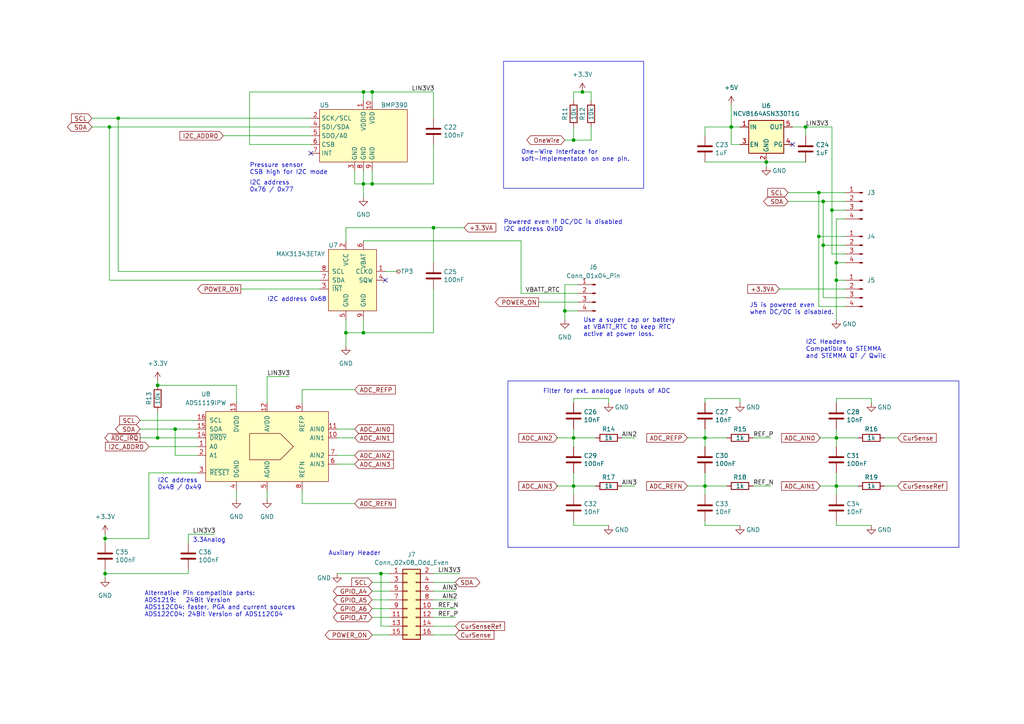
<source format=kicad_sch>
(kicad_sch (version 20231120) (generator "eeschema") (generator_version "8.0")
  (paper "A4")
  (title_block (title "Sensors and Sensor Connectors") (date "2020-05-11") (rev "1.0") (company "Schilling Engineering"))
  (lib_symbols
    (symbol "+5V_1" (power) (pin_names (offset 0))
      (property "Value" "+5V_1" (at 0 3.556 0))
      (symbol "+5V_1_0_1"
        (polyline (pts (xy -0.762 1.27) (xy 0 2.54)))
        (polyline (pts (xy 0 0) (xy 0 2.54)))
        (polyline (pts (xy 0 2.54) (xy 0.762 1.27)))
      )
      (symbol "+5V_1_1_1"
        (pin power_in line (at 0 0 90) (length 0) hide (name "+5V") (number "1"))
      )
    )
    (symbol "Connector:Conn_01x04_Pin" (pin_names (offset 1.016) hide)
      (property "Reference" "J" (at 0 5.08 0))
      (property "Value" "Conn_01x04_Pin" (at 0 -7.62 0))
      (symbol "Conn_01x04_Pin_1_1"
        (polyline (pts (xy 1.27 -5.08) (xy 0.8636 -5.08)) (stroke (width 0.1524)))
        (polyline (pts (xy 1.27 -2.54) (xy 0.8636 -2.54)) (stroke (width 0.1524)))
        (polyline (pts (xy 1.27 0) (xy 0.8636 0)) (stroke (width 0.1524)))
        (polyline (pts (xy 1.27 2.54) (xy 0.8636 2.54)) (stroke (width 0.1524)))
        (rectangle (start 0.8636 -4.953) (end 0 -5.207) (stroke (width 0.1524)) (fill (type outline)))
        (rectangle (start 0.8636 -2.413) (end 0 -2.667) (stroke (width 0.1524)) (fill (type outline)))
        (rectangle (start 0.8636 0.127) (end 0 -0.127) (stroke (width 0.1524)) (fill (type outline)))
        (rectangle (start 0.8636 2.667) (end 0 2.413) (stroke (width 0.1524)) (fill (type outline)))
        (pin passive line (at 5.08 2.54 180) (length 3.81) (name "Pin_1") (number "1"))
        (pin passive line (at 5.08 0 180) (length 3.81) (name "Pin_2") (number "2"))
        (pin passive line (at 5.08 -2.54 180) (length 3.81) (name "Pin_3") (number "3"))
        (pin passive line (at 5.08 -5.08 180) (length 3.81) (name "Pin_4") (number "4"))
      )
    )
    (symbol "Connector:TestPoint_Small" (pin_numbers hide) (pin_names (offset 0.762) hide)
      (property "Reference" "TP" (at 0 3.81 0))
      (property "Value" "TestPoint_Small" (at 0 2.032 0))
      (symbol "TestPoint_Small_0_1"
        (circle (center 0 0) (radius 0.508))
      )
      (symbol "TestPoint_Small_1_1"
        (pin passive line (at 0 0 90) (length 0) (name "1") (number "1"))
      )
    )
    (symbol "Connector_Generic:Conn_02x08_Odd_Even" (pin_names (offset 1.016) hide)
      (property "Reference" "J" (at 1.27 10.16 0))
      (property "Value" "Conn_02x08_Odd_Even" (at 1.27 -12.7 0))
      (symbol "Conn_02x08_Odd_Even_1_1"
        (rectangle (start -1.27 -10.033) (end 0 -10.287) (stroke (width 0.1524)))
        (rectangle (start -1.27 -7.493) (end 0 -7.747) (stroke (width 0.1524)))
        (rectangle (start -1.27 -4.953) (end 0 -5.207) (stroke (width 0.1524)))
        (rectangle (start -1.27 -2.413) (end 0 -2.667) (stroke (width 0.1524)))
        (rectangle (start -1.27 0.127) (end 0 -0.127) (stroke (width 0.1524)))
        (rectangle (start -1.27 2.667) (end 0 2.413) (stroke (width 0.1524)))
        (rectangle (start -1.27 5.207) (end 0 4.953) (stroke (width 0.1524)))
        (rectangle (start -1.27 7.747) (end 0 7.493) (stroke (width 0.1524)))
        (rectangle (start -1.27 8.89) (end 3.81 -11.43) (stroke (width 0.254)) (fill (type background)))
        (rectangle (start 3.81 -10.033) (end 2.54 -10.287) (stroke (width 0.1524)))
        (rectangle (start 3.81 -7.493) (end 2.54 -7.747) (stroke (width 0.1524)))
        (rectangle (start 3.81 -4.953) (end 2.54 -5.207) (stroke (width 0.1524)))
        (rectangle (start 3.81 -2.413) (end 2.54 -2.667) (stroke (width 0.1524)))
        (rectangle (start 3.81 0.127) (end 2.54 -0.127) (stroke (width 0.1524)))
        (rectangle (start 3.81 2.667) (end 2.54 2.413) (stroke (width 0.1524)))
        (rectangle (start 3.81 5.207) (end 2.54 4.953) (stroke (width 0.1524)))
        (rectangle (start 3.81 7.747) (end 2.54 7.493) (stroke (width 0.1524)))
        (pin passive line (at -5.08 7.62 0) (length 3.81) (name "Pin_1") (number "1"))
        (pin passive line (at 7.62 -2.54 180) (length 3.81) (name "Pin_10") (number "10"))
        (pin passive line (at -5.08 -5.08 0) (length 3.81) (name "Pin_11") (number "11"))
        (pin passive line (at 7.62 -5.08 180) (length 3.81) (name "Pin_12") (number "12"))
        (pin passive line (at -5.08 -7.62 0) (length 3.81) (name "Pin_13") (number "13"))
        (pin passive line (at 7.62 -7.62 180) (length 3.81) (name "Pin_14") (number "14"))
        (pin passive line (at -5.08 -10.16 0) (length 3.81) (name "Pin_15") (number "15"))
        (pin passive line (at 7.62 -10.16 180) (length 3.81) (name "Pin_16") (number "16"))
        (pin passive line (at 7.62 7.62 180) (length 3.81) (name "Pin_2") (number "2"))
        (pin passive line (at -5.08 5.08 0) (length 3.81) (name "Pin_3") (number "3"))
        (pin passive line (at 7.62 5.08 180) (length 3.81) (name "Pin_4") (number "4"))
        (pin passive line (at -5.08 2.54 0) (length 3.81) (name "Pin_5") (number "5"))
        (pin passive line (at 7.62 2.54 180) (length 3.81) (name "Pin_6") (number "6"))
        (pin passive line (at -5.08 0 0) (length 3.81) (name "Pin_7") (number "7"))
        (pin passive line (at 7.62 0 180) (length 3.81) (name "Pin_8") (number "8"))
        (pin passive line (at -5.08 -2.54 0) (length 3.81) (name "Pin_9") (number "9"))
      )
    )
    (symbol "Device:C" (pin_numbers hide) (pin_names (offset 0.254))
      (property "Reference" "C" (at 0.635 2.54 0))
      (property "Value" "C" (at 0.635 -2.54 0))
      (symbol "C_0_1"
        (polyline (pts (xy -2.032 -0.762) (xy 2.032 -0.762)) (stroke (width 0.508)))
        (polyline (pts (xy -2.032 0.762) (xy 2.032 0.762)) (stroke (width 0.508)))
      )
      (symbol "C_1_1"
        (pin passive line (at 0 3.81 270) (length 2.794) (name "~") (number "1"))
        (pin passive line (at 0 -3.81 90) (length 2.794) (name "~") (number "2"))
      )
    )
    (symbol "Device:R" (pin_numbers hide) (pin_names (offset 0))
      (property "Reference" "R" (at 2.032 0 90))
      (property "Value" "R" (at 0 0 90))
      (symbol "R_0_1"
        (rectangle (start -1.016 -2.54) (end 1.016 2.54) (stroke (width 0.254)))
      )
      (symbol "R_1_1"
        (pin passive line (at 0 3.81 270) (length 1.27) (name "~") (number "1"))
        (pin passive line (at 0 -3.81 90) (length 1.27) (name "~") (number "2"))
      )
    )
    (symbol "GND_1" (power) (pin_names (offset 0))
      (property "Value" "GND_1" (at 0 -3.81 0))
      (symbol "GND_1_0_1"
        (polyline (pts (xy 0 0) (xy 0 -1.27) (xy 1.27 -1.27) (xy 0 -2.54) (xy -1.27 -1.27) (xy 0 -1.27)))
      )
      (symbol "GND_1_1_1"
        (pin power_in line (at 0 0 270) (length 0) hide (name "GND") (number "1"))
      )
    )
    (symbol "NavHAT-rescue:ADS1119IPW" (pin_names (offset 1.016))
      (property "Reference" "U" (at -16.51 12.7 0))
      (property "Value" "ADS1119IPW" (at 16.51 12.7 0))
      (symbol "ADS1119IPW_0_1"
        (rectangle (start -17.78 10.16) (end 17.78 -10.16) (fill (type background)))
        (polyline (pts (xy -7.62 0) (xy -3.81 3.81) (xy 5.08 3.81) (xy 5.08 -3.81) (xy -3.81 -3.81) (xy -7.62 0)))
      )
      (symbol "ADS1119IPW_1_1"
        (pin input line (at 20.32 0 180) (length 2.54) (name "A0") (number "1"))
        (pin input line (at -20.32 2.54 0) (length 2.54) (name "AIN1") (number "10"))
        (pin input line (at -20.32 5.08 0) (length 2.54) (name "AIN0") (number "11"))
        (pin power_in line (at 0 12.7 270) (length 2.54) (name "AVDD") (number "12"))
        (pin power_in line (at 8.89 12.7 270) (length 2.54) (name "DVDD") (number "13"))
        (pin input line (at 20.32 2.54 180) (length 2.54) (name "~{DRDY}") (number "14"))
        (pin input line (at 20.32 5.08 180) (length 2.54) (name "SDA") (number "15"))
        (pin input line (at 20.32 7.62 180) (length 2.54) (name "SCL") (number "16"))
        (pin input line (at 20.32 -2.54 180) (length 2.54) (name "A1") (number "2"))
        (pin input line (at 20.32 -7.62 180) (length 2.54) (name "~{RESET}") (number "3"))
        (pin power_in line (at 8.89 -12.7 90) (length 2.54) (name "DGND") (number "4"))
        (pin power_in line (at 0 -12.7 90) (length 2.54) (name "AGND") (number "5"))
        (pin input line (at -20.32 -5.08 0) (length 2.54) (name "AIN3") (number "6"))
        (pin input line (at -20.32 -2.54 0) (length 2.54) (name "AIN2") (number "7"))
        (pin input line (at -10.16 -12.7 90) (length 2.54) (name "REFN") (number "8"))
        (pin input line (at -10.16 12.7 270) (length 2.54) (name "REFP") (number "9"))
      )
    )
    (symbol "NavHAT-rescue:BMP384"
      (property "Reference" "U" (at -12.7 10.16 0))
      (property "Value" "BMP384" (at 5.08 10.16 0))
      (symbol "BMP384_0_1"
        (rectangle (start -12.7 7.62) (end 12.7 -7.62) (fill (type background)))
      )
      (symbol "BMP384_1_1"
        (pin power_in line (at 0 10.16 270) (length 2.54) (name "VDDIO") (number "1"))
        (pin power_in line (at 2.54 10.16 270) (length 2.54) (name "VDD") (number "10"))
        (pin input line (at -15.24 5.08 0) (length 2.54) (name "SCK/SCL") (number "2"))
        (pin power_in line (at -2.54 -10.16 90) (length 2.54) (name "GND") (number "3"))
        (pin bidirectional line (at -15.24 2.54 0) (length 2.54) (name "SDI/SDA") (number "4"))
        (pin bidirectional line (at -15.24 0 0) (length 2.54) (name "SDO/A0") (number "5"))
        (pin input line (at -15.24 -2.54 0) (length 2.54) (name "CSB") (number "6"))
        (pin open_emitter line (at -15.24 -5.08 0) (length 2.54) (name "INT") (number "7"))
        (pin power_in line (at 0 -10.16 90) (length 2.54) (name "GND") (number "8"))
        (pin power_in line (at 2.54 -10.16 90) (length 2.54) (name "GND") (number "9"))
      )
    )
    (symbol "NavHAT-rescue:MAX31343ETAY" (pin_names (offset 1.016))
      (property "Reference" "U" (at -7.62 10.16 0))
      (property "Value" "MAX31343ETAY" (at -11.43 -10.16 0))
      (symbol "MAX31343ETAY_0_1"
        (rectangle (start -7.62 8.89) (end 6.35 -8.89) (fill (type background)))
      )
      (symbol "MAX31343ETAY_1_1"
        (pin output line (at 8.89 2.54 180) (length 2.54) (name "CLKO") (number "1"))
        (pin power_in line (at -2.54 11.43 270) (length 2.54) (name "VCC") (number "2"))
        (pin input line (at -10.16 -2.54 0) (length 2.54) (name "~{INT}") (number "3"))
        (pin open_collector line (at 8.89 0 180) (length 2.54) (name "SQW") (number "4"))
        (pin power_in line (at -2.54 -11.43 90) (length 2.54) (name "GND") (number "5"))
        (pin power_out line (at 2.54 11.43 270) (length 2.54) (name "VBAT") (number "6"))
        (pin bidirectional line (at -10.16 0 0) (length 2.54) (name "SDA") (number "7"))
        (pin input line (at -10.16 2.54 0) (length 2.54) (name "SCL") (number "8"))
        (pin power_in line (at 2.54 -11.43 90) (length 2.54) (name "GND") (number "9"))
      )
    )
    (symbol "battsense:NCV8164ASN330T1G" (pin_names (offset 0.254))
      (property "Reference" "U" (at -3.81 5.715 0))
      (property "Value" "NCV8164ASN330T1G" (at 0 5.715 0))
      (symbol "NCV8164ASN330T1G_0_1"
        (rectangle (start -5.08 4.445) (end 5.08 -5.08) (stroke (width 0.254)) (fill (type background)))
      )
      (symbol "NCV8164ASN330T1G_1_1"
        (pin power_in line (at -7.62 2.54 0) (length 2.54) (name "IN") (number "1"))
        (pin power_in line (at 0 -7.62 90) (length 2.54) (name "GND") (number "2"))
        (pin input line (at -7.62 -2.54 0) (length 2.54) (name "EN") (number "3"))
        (pin open_collector line (at 7.62 -2.54 180) (length 2.54) (name "PG") (number "4"))
        (pin power_out line (at 7.62 2.54 180) (length 2.54) (name "OUT") (number "5"))
      )
    )
    (symbol "power:+3.3V" (power) (pin_names (offset 0))
      (property "Value" "+3.3V" (at 0 3.556 0))
      (symbol "+3.3V_0_1"
        (polyline (pts (xy -0.762 1.27) (xy 0 2.54)))
        (polyline (pts (xy 0 0) (xy 0 2.54)))
        (polyline (pts (xy 0 2.54) (xy 0.762 1.27)))
      )
      (symbol "+3.3V_1_1"
        (pin power_in line (at 0 0 90) (length 0) hide (name "+3.3V") (number "1"))
      )
    )
  )
  (junction (at 238.76 58.42))
  (junction (at 166.37 127))
  (junction (at 222.25 46.99))
  (junction (at 107.95 53.34))
  (junction (at 238.76 71.12))
  (junction (at 105.41 26.67))
  (junction (at 31.75 36.83))
  (junction (at 242.57 127))
  (junction (at 168.91 26.67))
  (junction (at 237.49 68.58))
  (junction (at 237.49 55.88))
  (junction (at 166.37 40.64))
  (junction (at 105.41 96.52))
  (junction (at 166.37 140.97))
  (junction (at 163.83 90.17))
  (junction (at 204.47 140.97))
  (junction (at 241.3 60.96))
  (junction (at 110.49 166.37))
  (junction (at 50.8 124.46))
  (junction (at 125.73 66.04))
  (junction (at 105.41 53.34))
  (junction (at 45.72 111.76))
  (junction (at 30.48 166.37))
  (junction (at 242.57 140.97))
  (junction (at 204.47 127))
  (junction (at 45.72 127))
  (junction (at 242.57 76.2))
  (junction (at 233.68 36.83))
  (junction (at 242.57 81.28))
  (junction (at 107.95 26.67))
  (junction (at 30.48 156.21))
  (junction (at 34.29 34.29))
  (junction (at 212.09 36.83))
  (junction (at 100.33 96.52))
  (no_connect (at 229.87 41.91))
  (no_connect (at 90.17 44.45))
  (no_connect (at 111.76 81.28))
  (wire (pts (xy 241.3 73.66) (xy 245.11 73.66)))
  (wire (pts (xy 31.75 36.83) (xy 90.17 36.83)))
  (wire (pts (xy 238.76 71.12) (xy 245.11 71.12)))
  (wire (pts (xy 87.63 116.84) (xy 87.63 113.03)))
  (wire (pts (xy 125.73 66.04) (xy 134.62 66.04)))
  (wire (pts (xy 105.41 96.52) (xy 105.41 92.71)))
  (wire (pts (xy 166.37 127) (xy 166.37 124.46)))
  (wire (pts (xy 228.6 58.42) (xy 238.76 58.42)))
  (wire (pts (xy 245.11 60.96) (xy 241.3 60.96)))
  (wire (pts (xy 222.25 48.26) (xy 222.25 46.99)))
  (wire (pts (xy 31.75 81.28) (xy 31.75 36.83)))
  (wire (pts (xy 45.72 111.76) (xy 68.58 111.76)))
  (wire (pts (xy 92.71 78.74) (xy 34.29 78.74)))
  (wire (pts (xy 68.58 111.76) (xy 68.58 116.84)))
  (wire (pts (xy 166.37 29.21) (xy 166.37 26.67)))
  (wire (pts (xy 163.83 92.71) (xy 163.83 90.17)))
  (wire (pts (xy 107.95 168.91) (xy 113.03 168.91)))
  (wire (pts (xy 204.47 39.37) (xy 204.47 36.83)))
  (wire (pts (xy 102.87 49.53) (xy 102.87 53.34)))
  (wire (pts (xy 161.29 127) (xy 166.37 127)))
  (wire (pts (xy 54.61 157.48) (xy 54.61 154.94)))
  (wire (pts (xy 54.61 154.94) (xy 62.23 154.94)))
  (wire (pts (xy 204.47 36.83) (xy 212.09 36.83)))
  (wire (pts (xy 176.53 115.57) (xy 176.53 116.84)))
  (wire (pts (xy 214.63 152.4) (xy 204.47 152.4)))
  (wire (pts (xy 242.57 63.5) (xy 242.57 76.2)))
  (wire (pts (xy 204.47 140.97) (xy 204.47 143.51)))
  (wire (pts (xy 238.76 71.12) (xy 238.76 86.36)))
  (wire (pts (xy 107.95 53.34) (xy 125.73 53.34)))
  (wire (pts (xy 97.79 124.46) (xy 102.87 124.46)))
  (wire (pts (xy 242.57 151.13) (xy 242.57 152.4)))
  (wire (pts (xy 105.41 49.53) (xy 105.41 53.34)))
  (wire (pts (xy 100.33 66.04) (xy 125.73 66.04)))
  (wire (pts (xy 245.11 58.42) (xy 238.76 58.42)))
  (wire (pts (xy 87.63 146.05) (xy 102.87 146.05)))
  (wire (pts (xy 166.37 40.64) (xy 171.45 40.64)))
  (wire (pts (xy 90.17 41.91) (xy 72.39 41.91)))
  (wire (pts (xy 125.73 166.37) (xy 133.35 166.37)))
  (wire (pts (xy 87.63 142.24) (xy 87.63 146.05)))
  (wire (pts (xy 151.13 69.85) (xy 151.13 85.09)))
  (wire (pts (xy 166.37 116.84) (xy 166.37 115.57)))
  (wire (pts (xy 105.41 96.52) (xy 125.73 96.52)))
  (wire (pts (xy 107.95 173.99) (xy 113.03 173.99)))
  (wire (pts (xy 30.48 154.94) (xy 30.48 156.21)))
  (wire (pts (xy 40.64 124.46) (xy 50.8 124.46)))
  (wire (pts (xy 163.83 40.64) (xy 166.37 40.64)))
  (wire (pts (xy 218.44 140.97) (xy 223.52 140.97)))
  (wire (pts (xy 97.79 166.37) (xy 110.49 166.37)))
  (wire (pts (xy 242.57 81.28) (xy 245.11 81.28)))
  (wire (pts (xy 242.57 140.97) (xy 248.92 140.97)))
  (wire (pts (xy 204.47 127) (xy 204.47 129.54)))
  (wire (pts (xy 110.49 181.61) (xy 113.03 181.61)))
  (wire (pts (xy 167.64 85.09) (xy 151.13 85.09)))
  (wire (pts (xy 57.15 132.08) (xy 50.8 132.08)))
  (wire (pts (xy 43.18 156.21) (xy 30.48 156.21)))
  (wire (pts (xy 180.34 140.97) (xy 184.15 140.97)))
  (wire (pts (xy 125.73 173.99) (xy 132.08 173.99)))
  (wire (pts (xy 204.47 140.97) (xy 210.82 140.97)))
  (wire (pts (xy 105.41 29.21) (xy 105.41 26.67)))
  (wire (pts (xy 238.76 86.36) (xy 245.11 86.36)))
  (wire (pts (xy 252.73 115.57) (xy 252.73 116.84)))
  (wire (pts (xy 97.79 134.62) (xy 102.87 134.62)))
  (wire (pts (xy 111.76 78.74) (xy 115.57 78.74)))
  (wire (pts (xy 77.47 109.22) (xy 83.82 109.22)))
  (wire (pts (xy 87.63 113.03) (xy 102.87 113.03)))
  (wire (pts (xy 166.37 127) (xy 166.37 129.54)))
  (wire (pts (xy 242.57 76.2) (xy 242.57 81.28)))
  (wire (pts (xy 166.37 151.13) (xy 166.37 152.4)))
  (wire (pts (xy 105.41 53.34) (xy 102.87 53.34)))
  (wire (pts (xy 166.37 140.97) (xy 166.37 143.51)))
  (wire (pts (xy 204.47 151.13) (xy 204.47 152.4)))
  (wire (pts (xy 107.95 29.21) (xy 107.95 26.67)))
  (wire (pts (xy 204.47 127) (xy 204.47 124.46)))
  (wire (pts (xy 166.37 26.67) (xy 168.91 26.67)))
  (wire (pts (xy 167.64 90.17) (xy 163.83 90.17)))
  (wire (pts (xy 238.76 58.42) (xy 238.76 71.12)))
  (wire (pts (xy 107.95 49.53) (xy 107.95 53.34)))
  (wire (pts (xy 166.37 115.57) (xy 176.53 115.57)))
  (wire (pts (xy 168.91 26.67) (xy 171.45 26.67)))
  (wire (pts (xy 92.71 81.28) (xy 31.75 81.28)))
  (wire (pts (xy 214.63 41.91) (xy 212.09 41.91)))
  (wire (pts (xy 248.92 127) (xy 242.57 127)))
  (wire (pts (xy 176.53 152.4) (xy 166.37 152.4)))
  (wire (pts (xy 34.29 34.29) (xy 90.17 34.29)))
  (wire (pts (xy 107.95 171.45) (xy 113.03 171.45)))
  (wire (pts (xy 233.68 36.83) (xy 241.3 36.83)))
  (wire (pts (xy 228.6 55.88) (xy 237.49 55.88)))
  (wire (pts (xy 107.95 26.67) (xy 125.73 26.67)))
  (wire (pts (xy 30.48 166.37) (xy 54.61 166.37)))
  (wire (pts (xy 125.73 41.91) (xy 125.73 53.34)))
  (wire (pts (xy 77.47 116.84) (xy 77.47 109.22)))
  (wire (pts (xy 242.57 115.57) (xy 252.73 115.57)))
  (wire (pts (xy 107.95 53.34) (xy 105.41 53.34)))
  (wire (pts (xy 166.37 36.83) (xy 166.37 40.64)))
  (wire (pts (xy 241.3 36.83) (xy 241.3 60.96)))
  (wire (pts (xy 161.29 140.97) (xy 166.37 140.97)))
  (wire (pts (xy 107.95 176.53) (xy 113.03 176.53)))
  (wire (pts (xy 45.72 119.38) (xy 45.72 127)))
  (wire (pts (xy 97.79 127) (xy 102.87 127)))
  (wire (pts (xy 125.73 179.07) (xy 132.08 179.07)))
  (wire (pts (xy 233.68 39.37) (xy 233.68 36.83)))
  (wire (pts (xy 199.39 140.97) (xy 204.47 140.97)))
  (wire (pts (xy 43.18 129.54) (xy 57.15 129.54)))
  (wire (pts (xy 242.57 116.84) (xy 242.57 115.57)))
  (wire (pts (xy 107.95 184.15) (xy 113.03 184.15)))
  (wire (pts (xy 100.33 100.33) (xy 100.33 96.52)))
  (wire (pts (xy 30.48 156.21) (xy 30.48 157.48)))
  (wire (pts (xy 256.54 127) (xy 260.35 127)))
  (wire (pts (xy 45.72 127) (xy 57.15 127)))
  (wire (pts (xy 110.49 166.37) (xy 110.49 181.61)))
  (wire (pts (xy 245.11 55.88) (xy 237.49 55.88)))
  (wire (pts (xy 105.41 69.85) (xy 151.13 69.85)))
  (wire (pts (xy 110.49 166.37) (xy 113.03 166.37)))
  (wire (pts (xy 237.49 140.97) (xy 242.57 140.97)))
  (wire (pts (xy 204.47 116.84) (xy 204.47 115.57)))
  (wire (pts (xy 242.57 140.97) (xy 242.57 143.51)))
  (wire (pts (xy 163.83 82.55) (xy 167.64 82.55)))
  (wire (pts (xy 172.72 127) (xy 166.37 127)))
  (wire (pts (xy 68.58 142.24) (xy 68.58 144.78)))
  (wire (pts (xy 212.09 36.83) (xy 212.09 30.48)))
  (wire (pts (xy 125.73 184.15) (xy 132.08 184.15)))
  (wire (pts (xy 100.33 96.52) (xy 105.41 96.52)))
  (wire (pts (xy 245.11 68.58) (xy 237.49 68.58)))
  (wire (pts (xy 100.33 96.52) (xy 100.33 92.71)))
  (wire (pts (xy 45.72 110.49) (xy 45.72 111.76)))
  (wire (pts (xy 204.47 137.16) (xy 204.47 140.97)))
  (wire (pts (xy 242.57 127) (xy 242.57 129.54)))
  (wire (pts (xy 204.47 46.99) (xy 222.25 46.99)))
  (wire (pts (xy 72.39 41.91) (xy 72.39 26.67)))
  (wire (pts (xy 252.73 152.4) (xy 242.57 152.4)))
  (wire (pts (xy 212.09 36.83) (xy 214.63 36.83)))
  (wire (pts (xy 125.73 66.04) (xy 125.73 76.2)))
  (wire (pts (xy 166.37 140.97) (xy 172.72 140.97)))
  (wire (pts (xy 125.73 26.67) (xy 125.73 34.29)))
  (wire (pts (xy 237.49 55.88) (xy 237.49 68.58)))
  (wire (pts (xy 125.73 176.53) (xy 132.08 176.53)))
  (wire (pts (xy 30.48 166.37) (xy 30.48 167.64)))
  (wire (pts (xy 180.34 127) (xy 184.15 127)))
  (wire (pts (xy 242.57 81.28) (xy 242.57 92.71)))
  (wire (pts (xy 100.33 69.85) (xy 100.33 66.04)))
  (wire (pts (xy 50.8 124.46) (xy 57.15 124.46)))
  (wire (pts (xy 233.68 46.99) (xy 222.25 46.99)))
  (wire (pts (xy 218.44 127) (xy 223.52 127)))
  (wire (pts (xy 90.17 39.37) (xy 64.77 39.37)))
  (wire (pts (xy 125.73 83.82) (xy 125.73 96.52)))
  (wire (pts (xy 105.41 57.15) (xy 105.41 53.34)))
  (wire (pts (xy 214.63 115.57) (xy 214.63 116.84)))
  (wire (pts (xy 77.47 144.78) (xy 77.47 142.24)))
  (wire (pts (xy 229.87 36.83) (xy 233.68 36.83)))
  (wire (pts (xy 237.49 68.58) (xy 237.49 88.9)))
  (wire (pts (xy 210.82 127) (xy 204.47 127)))
  (wire (pts (xy 125.73 181.61) (xy 132.08 181.61)))
  (wire (pts (xy 105.41 26.67) (xy 107.95 26.67)))
  (wire (pts (xy 171.45 40.64) (xy 171.45 36.83)))
  (wire (pts (xy 57.15 121.92) (xy 40.64 121.92)))
  (wire (pts (xy 50.8 124.46) (xy 50.8 132.08)))
  (wire (pts (xy 34.29 34.29) (xy 26.67 34.29)))
  (wire (pts (xy 40.64 127) (xy 45.72 127)))
  (wire (pts (xy 199.39 127) (xy 204.47 127)))
  (wire (pts (xy 163.83 90.17) (xy 163.83 82.55)))
  (wire (pts (xy 242.57 137.16) (xy 242.57 140.97)))
  (wire (pts (xy 26.67 36.83) (xy 31.75 36.83)))
  (wire (pts (xy 72.39 26.67) (xy 105.41 26.67)))
  (wire (pts (xy 69.85 83.82) (xy 92.71 83.82)))
  (wire (pts (xy 30.48 165.1) (xy 30.48 166.37)))
  (wire (pts (xy 97.79 132.08) (xy 102.87 132.08)))
  (wire (pts (xy 237.49 88.9) (xy 245.11 88.9)))
  (wire (pts (xy 171.45 26.67) (xy 171.45 29.21)))
  (wire (pts (xy 226.06 83.82) (xy 245.11 83.82)))
  (wire (pts (xy 245.11 76.2) (xy 242.57 76.2)))
  (wire (pts (xy 167.64 87.63) (xy 156.21 87.63)))
  (wire (pts (xy 245.11 63.5) (xy 242.57 63.5)))
  (wire (pts (xy 43.18 137.16) (xy 57.15 137.16)))
  (wire (pts (xy 212.09 41.91) (xy 212.09 36.83)))
  (wire (pts (xy 125.73 168.91) (xy 132.08 168.91)))
  (wire (pts (xy 107.95 179.07) (xy 113.03 179.07)))
  (wire (pts (xy 43.18 137.16) (xy 43.18 156.21)))
  (wire (pts (xy 125.73 171.45) (xy 132.08 171.45)))
  (wire (pts (xy 166.37 137.16) (xy 166.37 140.97)))
  (wire (pts (xy 237.49 127) (xy 242.57 127)))
  (wire (pts (xy 34.29 78.74) (xy 34.29 34.29)))
  (wire (pts (xy 54.61 166.37) (xy 54.61 165.1)))
  (wire (pts (xy 204.47 115.57) (xy 214.63 115.57)))
  (wire (pts (xy 241.3 60.96) (xy 241.3 73.66)))
  (wire (pts (xy 256.54 140.97) (xy 260.35 140.97)))
  (wire (pts (xy 242.57 127) (xy 242.57 124.46)))
  (rectangle (start 147.32 110.49) (end 278.13 158.75))
  (rectangle (start 146.05 17.78) (end 186.69 54.61))
  (text "I2C address\n0x76 / 0x77" (at 72.39 55.88 0) (effects (font (size 1.27 1.27)) (justify left bottom)))
  (text "J5 is powered even \nwhen DC/DC is disabled." (at 217.424 89.662 0) (effects (font (size 1.27 1.27)) (justify left)))
  (text "I2C address\n0x48 / 0x49" (at 45.72 142.24 0) (effects (font (size 1.27 1.27)) (justify left bottom)))
  (text "3.3Analog" (at 55.88 157.48 0) (effects (font (size 1.27 1.27)) (justify left bottom)))
  (text "I2C Headers\nCompatible to STEMMA\nand STEMMA QT / Qwiic" (at 233.68 104.14 0) (effects (font (size 1.27 1.27)) (justify left bottom)))
  (text "Pressure sensor\nCSB high for I2C mode" (at 72.39 50.8 0) (effects (font (size 1.27 1.27)) (justify left bottom)))
  (text "Use a super cap or battery\nat VBATT_RTC to keep RTC\nactive at power loss." (at 169.164 94.996 0) (effects (font (size 1.27 1.27)) (justify left)))
  (text "One-Wire Interface for\nsoft-implementaton on one pin." (at 151.13 46.99 0) (effects (font (size 1.27 1.27)) (justify left bottom)))
  (text "Auxilary Header" (at 95.25 161.29 0) (effects (font (size 1.27 1.27)) (justify left bottom)))
  (text "Filter for ext. analogue inputs of ADC\n" (at 157.48 114.3 0) (effects (font (size 1.27 1.27)) (justify left bottom)))
  (text "I2C address 0x68" (at 77.47 87.63 0) (effects (font (size 1.27 1.27)) (justify left bottom)))
  (text "Powered even if DC/DC is disabled\nI2C address 0xD0\n" (at 146.05 67.31 0) (effects (font (size 1.27 1.27)) (justify left bottom)))
  (text "Alternative Pin compatible parts:\nADS1219:   24Bit Version\nADS112C04: faster, PGA and current sources\nADS122C04: 24Bit Version of ADS112C04\n" (at 41.91 179.07 0) (effects (font (size 1.27 1.27)) (justify left bottom)))
  (label "REF_N" (at 218.44 140.97 0))
  (label "AIN2" (at 128.27 173.99 0))
  (label "AIN2" (at 180.34 127 0))
  (label "LIN3V3" (at 127 166.37 0))
  (label "REF_N" (at 127 176.53 0))
  (label "LIN3V3" (at 55.88 154.94 0))
  (label "AIN3" (at 180.34 140.97 0))
  (label "LIN3V3" (at 77.47 109.22 0))
  (label "LIN3V3" (at 119.38 26.67 0))
  (label "REF_P" (at 218.44 127 0))
  (label "REF_P" (at 127 179.07 0))
  (label "VBATT_RTC" (at 152.4 85.09 0))
  (label "AIN3" (at 128.27 171.45 0))
  (label "LIN3V3" (at 233.68 36.83 0))
  (global_label "SDA" (shape bidirectional) (at 40.64 124.46 180) (property "Intersheetrefs" "${INTERSHEET_REFS}" (effects (hide yes))))
  (global_label "ADC_AIN0" (shape input) (at 102.87 124.46 0) (property "Intersheetrefs" "${INTERSHEET_REFS}" (effects (hide yes))))
  (global_label "ADC_REFP" (shape input) (at 102.87 113.03 0) (property "Intersheetrefs" "${INTERSHEET_REFS}" (effects (hide yes))))
  (global_label "GPIO_A5" (shape bidirectional) (at 107.95 173.99 180) (property "Intersheetrefs" "${INTERSHEET_REFS}" (effects (hide yes))))
  (global_label "I2C_ADDR0" (shape input) (at 64.77 39.37 180) (property "Intersheetrefs" "${INTERSHEET_REFS}" (effects (hide yes))))
  (global_label "+3.3VA" (shape input) (at 134.62 66.04 0) (property "Intersheetrefs" "${INTERSHEET_REFS}" (effects (hide yes))))
  (global_label "POWER_ON" (shape output) (at 69.85 83.82 180) (property "Intersheetrefs" "${INTERSHEET_REFS}" (effects (hide yes))))
  (global_label "CurSenseRef" (shape input) (at 260.35 140.97 0) (property "Intersheetrefs" "${INTERSHEET_REFS}" (effects (hide yes))))
  (global_label "OneWire" (shape bidirectional) (at 163.83 40.64 180) (property "Intersheetrefs" "${INTERSHEET_REFS}" (effects (hide yes))))
  (global_label "SCL" (shape input) (at 40.64 121.92 180) (property "Intersheetrefs" "${INTERSHEET_REFS}" (effects (hide yes))))
  (global_label "ADC_AIN1" (shape input) (at 237.9361 140.97 180) (property "Intersheetrefs" "${INTERSHEET_REFS}" (effects (hide yes))))
  (global_label "SCL" (shape input) (at 228.6 55.88 180) (property "Intersheetrefs" "${INTERSHEET_REFS}" (effects (hide yes))))
  (global_label "CurSenseRef" (shape input) (at 132.08 181.61 0) (property "Intersheetrefs" "${INTERSHEET_REFS}" (effects (hide yes))))
  (global_label "ADC_AIN2" (shape input) (at 161.7361 127 180) (property "Intersheetrefs" "${INTERSHEET_REFS}" (effects (hide yes))))
  (global_label "SDA" (shape bidirectional) (at 132.08 168.91 0) (property "Intersheetrefs" "${INTERSHEET_REFS}" (effects (hide yes))))
  (global_label "SDA" (shape bidirectional) (at 26.67 36.83 180) (property "Intersheetrefs" "${INTERSHEET_REFS}" (effects (hide yes))))
  (global_label "ADC_REFN" (shape input) (at 102.87 146.05 0) (property "Intersheetrefs" "${INTERSHEET_REFS}" (effects (hide yes))))
  (global_label "GPIO_A4" (shape bidirectional) (at 107.95 171.45 180) (property "Intersheetrefs" "${INTERSHEET_REFS}" (effects (hide yes))))
  (global_label "CurSense" (shape input) (at 260.35 127 0) (property "Intersheetrefs" "${INTERSHEET_REFS}" (effects (hide yes))))
  (global_label "SCL" (shape input) (at 26.67 34.29 180) (property "Intersheetrefs" "${INTERSHEET_REFS}" (effects (hide yes))))
  (global_label "GPIO_A7" (shape bidirectional) (at 107.95 179.07 180) (property "Intersheetrefs" "${INTERSHEET_REFS}" (effects (hide yes))))
  (global_label "GPIO_A6" (shape bidirectional) (at 107.95 176.53 180) (property "Intersheetrefs" "${INTERSHEET_REFS}" (effects (hide yes))))
  (global_label "SDA" (shape bidirectional) (at 228.6 58.42 180) (property "Intersheetrefs" "${INTERSHEET_REFS}" (effects (hide yes))))
  (global_label "POWER_ON" (shape output) (at 156.21 87.63 180) (property "Intersheetrefs" "${INTERSHEET_REFS}" (effects (hide yes))))
  (global_label "ADC_AIN2" (shape input) (at 102.87 132.08 0) (property "Intersheetrefs" "${INTERSHEET_REFS}" (effects (hide yes))))
  (global_label "I2C_ADDR0" (shape input) (at 43.18 129.54 180) (property "Intersheetrefs" "${INTERSHEET_REFS}" (effects (hide yes))))
  (global_label "CurSense" (shape input) (at 132.08 184.15 0) (property "Intersheetrefs" "${INTERSHEET_REFS}" (effects (hide yes))))
  (global_label "ADC_AIN0" (shape input) (at 237.9361 127 180) (property "Intersheetrefs" "${INTERSHEET_REFS}" (effects (hide yes))))
  (global_label "+3.3VA" (shape input) (at 226.06 83.82 180) (property "Intersheetrefs" "${INTERSHEET_REFS}" (effects (hide yes))))
  (global_label "POWER_ON" (shape bidirectional) (at 107.95 184.15 180) (property "Intersheetrefs" "${INTERSHEET_REFS}" (effects (hide yes))))
  (global_label "ADC_AIN3" (shape input) (at 161.7361 140.97 180) (property "Intersheetrefs" "${INTERSHEET_REFS}" (effects (hide yes))))
  (global_label "ADC_REFP" (shape input) (at 199.39 127 180) (property "Intersheetrefs" "${INTERSHEET_REFS}" (effects (hide yes))))
  (global_label "SCL" (shape input) (at 107.95 168.91 180) (property "Intersheetrefs" "${INTERSHEET_REFS}" (effects (hide yes))))
  (global_label "ADC_AIN1" (shape input) (at 102.87 127 0) (property "Intersheetrefs" "${INTERSHEET_REFS}" (effects (hide yes))))
  (global_label "ADC_AIN3" (shape input) (at 102.87 134.62 0) (property "Intersheetrefs" "${INTERSHEET_REFS}" (effects (hide yes))))
  (global_label "ADC_REFN" (shape input) (at 199.39 140.97 180) (property "Intersheetrefs" "${INTERSHEET_REFS}" (effects (hide yes))))
  (global_label "~{ADC_IRQ}" (shape output) (at 40.64 127 180) (property "Intersheetrefs" "${INTERSHEET_REFS}" (effects (hide yes))))
  (symbol (lib_id "Device:C") (at 125.73 38.1 0) (unit 1)
    (property "Reference" "C22" (at 128.651 36.9316 0) (effects (justify left)))
    (property "Value" "100nF" (at 128.651 39.243 0) (effects (justify left)))
    (property "Footprint" "Capacitor_SMD:C_0402_1005Metric" (effects (hide yes)))
  )
  (symbol (lib_id "NavHAT-rescue:MAX31343ETAY") (at 102.87 81.28 0) (unit 1)
    (property "Reference" "U7" (at 95.25 71.12 0) (effects (justify left)))
    (property "Value" "MAX31343ETAY" (at 80.01 73.66 0) (effects (justify left)))
    (property "Footprint" "navfp:SW-TDFN-8-1EP_3x4mm_P0.65mm_EP2.7x2.3mm" (effects (hide yes)))
  )
  (symbol (lib_id "NavHAT-rescue:BMP384") (at 105.41 39.37 0) (unit 1)
    (property "Reference" "U5" (at 92.71 30.48 0) (effects (justify left)))
    (property "Value" "BMP390" (at 110.49 30.48 0) (effects (justify left)))
    (property "Footprint" "navfp:Bosch_LGA-10_2x2mm_P0.5mm" (effects (hide yes)))
    (property "Datasheet" "https://www.bosch-sensortec.com/media/boschsensortec/downloads/datasheets/bst-bmp390-ds002.pdf" (effects (hide yes)))
  )
  (symbol (lib_id "Device:C") (at 125.73 80.01 0) (unit 1)
    (property "Reference" "C25" (at 128.651 78.8416 0) (effects (justify left)))
    (property "Value" "100nF" (at 128.651 81.153 0) (effects (justify left)))
    (property "Footprint" "Capacitor_SMD:C_0402_1005Metric" (effects (hide yes)))
  )
  (symbol (lib_id "Connector:Conn_01x04_Pin") (at 250.19 58.42 0) (mirror y) (unit 1)
    (property "Reference" "J3" (at 251.46 55.88 0) (effects (justify right)))
    (property "Value" "B4B-PH-K-S" (effects (hide yes)))
    (property "Footprint" "Connector_JST:JST_PH_B4B-PH-K_1x04_P2.00mm_Vertical" (effects (hide yes)))
    (property "Datasheet" "https://www.jst-mfg.com/product/pdf/eng/ePH.pdf" (effects (hide yes)))
  )
  (symbol (lib_id "Connector:Conn_01x04_Pin") (at 250.19 71.12 0) (mirror y) (unit 1)
    (property "Reference" "J4" (at 251.46 68.58 0) (effects (justify right)))
    (property "Value" "B4B-PH-K-S" (effects (hide yes)))
    (property "Footprint" "Connector_JST:JST_PH_B4B-PH-K_1x04_P2.00mm_Vertical" (effects (hide yes)))
    (property "Datasheet" "https://www.jst-mfg.com/product/pdf/eng/ePH.pdf" (effects (hide yes)))
  )
  (symbol (lib_id "Connector:Conn_01x04_Pin") (at 250.19 83.82 0) (mirror y) (unit 1)
    (property "Reference" "J5" (at 251.46 81.28 0) (effects (justify right)))
    (property "Value" "SM04B-SRSS-TB" (effects (hide yes)))
    (property "Footprint" "Connector_JST:JST_SH_SM04B-SRSS-TB_1x04-1MP_P1.00mm_Horizontal" (effects (hide yes)))
  )
  (symbol (lib_id "battsense:NCV8164ASN330T1G") (at 222.25 39.37 0) (unit 1)
    (property "Reference" "U6" (at 222.25 30.6832 0))
    (property "Value" "NCV8164ASN330T1G" (at 222.25 32.9946 0))
    (property "Footprint" "Package_SO:TSOP-5_1.65x3.05mm_P0.95mm" (effects (hide yes)))
    (property "Datasheet" "https://www.onsemi.com/pdf/datasheet/ncv8164-d.pdf" (effects (hide yes)))
  )
  (symbol (lib_id "Device:C") (at 233.68 43.18 0) (unit 1)
    (property "Reference" "C24" (at 236.601 42.0116 0) (effects (justify left)))
    (property "Value" "1uF" (at 236.601 44.323 0) (effects (justify left)))
    (property "Footprint" "Capacitor_SMD:C_0402_1005Metric" (effects (hide yes)))
  )
  (symbol (lib_id "Device:C") (at 204.47 43.18 0) (unit 1)
    (property "Reference" "C23" (at 207.391 42.0116 0) (effects (justify left)))
    (property "Value" "1uF" (at 207.391 44.323 0) (effects (justify left)))
    (property "Footprint" "Capacitor_SMD:C_0402_1005Metric" (effects (hide yes)))
  )
  (symbol (lib_id "Device:C") (at 54.61 161.29 0) (unit 1)
    (property "Reference" "C36" (at 57.531 160.1216 0) (effects (justify left)))
    (property "Value" "100nF" (at 57.531 162.433 0) (effects (justify left)))
    (property "Footprint" "Capacitor_SMD:C_0402_1005Metric" (effects (hide yes)))
  )
  (symbol (lib_id "Device:R") (at 176.53 140.97 270) (unit 1)
    (property "Reference" "R17" (at 176.53 138.43 90))
    (property "Value" "1k" (at 176.53 140.97 90))
    (property "Footprint" "Resistor_SMD:R_0402_1005Metric" (effects (hide yes)))
  )
  (symbol (lib_id "Device:C") (at 166.37 147.32 0) (unit 1)
    (property "Reference" "C32" (at 169.291 146.1516 0) (effects (justify left)))
    (property "Value" "10nF" (at 169.291 148.463 0) (effects (justify left)))
    (property "Footprint" "Capacitor_SMD:C_0402_1005Metric" (effects (hide yes)))
  )
  (symbol (lib_id "Device:C") (at 166.37 120.65 0) (unit 1)
    (property "Reference" "C26" (at 169.291 119.4816 0) (effects (justify left)))
    (property "Value" "10nF" (at 169.291 121.793 0) (effects (justify left)))
    (property "Footprint" "Capacitor_SMD:C_0402_1005Metric" (effects (hide yes)))
  )
  (symbol (lib_id "Device:C") (at 166.37 133.35 0) (unit 1)
    (property "Reference" "C29" (at 169.291 132.1816 0) (effects (justify left)))
    (property "Value" "100nF" (at 169.291 134.493 0) (effects (justify left)))
    (property "Footprint" "Capacitor_SMD:C_0402_1005Metric" (effects (hide yes)))
  )
  (symbol (lib_id "Device:R") (at 176.53 127 270) (unit 1)
    (property "Reference" "R14" (at 176.53 124.46 90))
    (property "Value" "1k" (at 176.53 127 90))
    (property "Footprint" "Resistor_SMD:R_0402_1005Metric" (effects (hide yes)))
  )
  (symbol (lib_id "NavHAT-rescue:ADS1119IPW") (at 77.47 129.54 0) (mirror y) (unit 1)
    (property "Reference" "U8" (at 59.69 114.3 0))
    (property "Value" "ADS1119IPW" (at 59.69 116.84 0))
    (property "Footprint" "Package_SO:TSSOP-16_4.4x5mm_P0.65mm" (effects (hide yes)))
    (property "Datasheet" "https://www.ti.com/lit/ds/symlink/ads1119.pdf" (effects (hide yes)))
  )
  (symbol (lib_id "Device:C") (at 30.48 161.29 0) (unit 1)
    (property "Reference" "C35" (at 33.401 160.1216 0) (effects (justify left)))
    (property "Value" "100nF" (at 33.401 162.433 0) (effects (justify left)))
    (property "Footprint" "Capacitor_SMD:C_0402_1005Metric" (effects (hide yes)))
  )
  (symbol (lib_id "Connector_Generic:Conn_02x08_Odd_Even") (at 118.11 173.99 0) (unit 1)
    (property "Reference" "J7" (at 119.38 160.8582 0))
    (property "Value" "Conn_02x08_Odd_Even" (at 119.38 163.1696 0))
    (property "Footprint" "Connector_PinHeader_1.27mm:PinHeader_2x08_P1.27mm_Vertical" (effects (hide yes)))
  )
  (symbol (lib_name "GND_1") (lib_id "power:GND") (at 176.53 152.4 0) (unit 1)
    (property "Reference" "#PWR036" (effects (hide yes)))
    (property "Value" "GND" (at 180.34 153.67 0))
  )
  (symbol (lib_id "Device:C") (at 242.57 133.35 0) (unit 1)
    (property "Reference" "C31" (at 245.491 132.1816 0) (effects (justify left)))
    (property "Value" "100nF" (at 245.491 134.493 0) (effects (justify left)))
    (property "Footprint" "Capacitor_SMD:C_0402_1005Metric" (effects (hide yes)))
  )
  (symbol (lib_name "GND_1") (lib_id "power:GND") (at 30.48 167.64 0) (unit 1)
    (property "Reference" "#PWR041" (effects (hide yes)))
    (property "Value" "GND" (at 30.48 172.72 0))
  )
  (symbol (lib_name "GND_1") (lib_id "power:GND") (at 222.25 48.26 0) (unit 1)
    (property "Reference" "#PWR025" (effects (hide yes)))
    (property "Value" "GND" (at 226.06 49.53 0))
  )
  (symbol (lib_name "GND_1") (lib_id "power:GND") (at 105.41 57.15 0) (unit 1)
    (property "Reference" "#PWR026" (effects (hide yes)))
    (property "Value" "GND" (at 105.41 62.23 0))
  )
  (symbol (lib_id "Device:R") (at 45.72 115.57 0) (unit 1)
    (property "Reference" "R13" (at 43.18 115.57 90))
    (property "Value" "10k" (at 45.72 115.57 90))
    (property "Footprint" "Resistor_SMD:R_0402_1005Metric" (effects (hide yes)))
  )
  (symbol (lib_name "GND_1") (lib_id "power:GND") (at 214.63 152.4 0) (unit 1)
    (property "Reference" "#PWR037" (effects (hide yes)))
    (property "Value" "GND" (at 218.44 153.67 0))
  )
  (symbol (lib_name "GND_1") (lib_id "power:GND") (at 100.33 100.33 0) (unit 1)
    (property "Reference" "#PWR029" (effects (hide yes)))
    (property "Value" "GND" (at 100.33 105.41 0))
  )
  (symbol (lib_id "Device:R") (at 252.73 140.97 270) (unit 1)
    (property "Reference" "R19" (at 252.73 138.43 90))
    (property "Value" "1k" (at 252.73 140.97 90))
    (property "Footprint" "Resistor_SMD:R_0402_1005Metric" (effects (hide yes)))
  )
  (symbol (lib_id "Device:C") (at 204.47 133.35 0) (unit 1)
    (property "Reference" "C30" (at 207.391 132.1816 0) (effects (justify left)))
    (property "Value" "100nF" (at 207.391 134.493 0) (effects (justify left)))
    (property "Footprint" "Capacitor_SMD:C_0402_1005Metric" (effects (hide yes)))
  )
  (symbol (lib_id "Device:C") (at 242.57 120.65 0) (unit 1)
    (property "Reference" "C28" (at 245.491 119.4816 0) (effects (justify left)))
    (property "Value" "10nF" (at 245.491 121.793 0) (effects (justify left)))
    (property "Footprint" "Capacitor_SMD:C_0402_1005Metric" (effects (hide yes)))
  )
  (symbol (lib_name "GND_1") (lib_id "power:GND") (at 176.53 116.84 0) (unit 1)
    (property "Reference" "#PWR031" (effects (hide yes)))
    (property "Value" "GND" (at 180.34 118.11 0))
  )
  (symbol (lib_id "power:+3.3V") (at 168.91 26.67 0) (unit 1)
    (property "Reference" "#PWR023" (effects (hide yes)))
    (property "Value" "+3.3V" (at 168.91 21.59 0))
  )
  (symbol (lib_id "Device:R") (at 252.73 127 270) (unit 1)
    (property "Reference" "R16" (at 252.73 124.46 90))
    (property "Value" "1k" (at 252.73 127 90))
    (property "Footprint" "Resistor_SMD:R_0402_1005Metric" (effects (hide yes)))
  )
  (symbol (lib_name "GND_1") (lib_id "power:GND") (at 163.83 92.71 0) (mirror y) (unit 1)
    (property "Reference" "#PWR027" (effects (hide yes)))
    (property "Value" "GND" (at 163.83 97.79 0))
  )
  (symbol (lib_id "Device:R") (at 166.37 33.02 0) (unit 1)
    (property "Reference" "R11" (at 163.83 33.02 90))
    (property "Value" "10k" (at 166.37 33.02 90))
    (property "Footprint" "Resistor_SMD:R_0402_1005Metric" (effects (hide yes)))
  )
  (symbol (lib_id "Device:C") (at 204.47 120.65 0) (unit 1)
    (property "Reference" "C27" (at 207.391 119.4816 0) (effects (justify left)))
    (property "Value" "10nF" (at 207.391 121.793 0) (effects (justify left)))
    (property "Footprint" "Capacitor_SMD:C_0402_1005Metric" (effects (hide yes)))
  )
  (symbol (lib_name "GND_1") (lib_id "power:GND") (at 252.73 152.4 0) (unit 1)
    (property "Reference" "#PWR038" (effects (hide yes)))
    (property "Value" "GND" (at 256.54 153.67 0))
  )
  (symbol (lib_id "power:+3.3V") (at 45.72 110.49 0) (unit 1)
    (property "Reference" "#PWR030" (effects (hide yes)))
    (property "Value" "+3.3V" (at 45.72 105.41 0))
  )
  (symbol (lib_name "GND_1") (lib_id "power:GND") (at 77.47 144.78 0) (unit 1)
    (property "Reference" "#PWR035" (effects (hide yes)))
    (property "Value" "GND" (at 77.47 149.86 0))
  )
  (symbol (lib_id "Connector:TestPoint_Small") (at 115.57 78.74 0) (mirror y) (unit 1)
    (property "Reference" "TP3" (at 119.888 78.74 0) (effects (justify left)))
    (property "Value" "TestPoint_Small" (effects (hide yes)))
    (property "Footprint" "TestPoint:TestPoint_THTPad_D1.0mm_Drill0.5mm" (effects (hide yes)))
  )
  (symbol (lib_name "GND_1") (lib_id "power:GND") (at 97.79 166.37 0) (unit 1)
    (property "Reference" "#PWR040" (effects (hide yes)))
    (property "Value" "GND" (at 93.98 167.64 0))
  )
  (symbol (lib_id "Device:R") (at 214.63 127 270) (unit 1)
    (property "Reference" "R15" (at 214.63 124.46 90))
    (property "Value" "1k" (at 214.63 127 90))
    (property "Footprint" "Resistor_SMD:R_0402_1005Metric" (effects (hide yes)))
  )
  (symbol (lib_id "Connector:Conn_01x04_Pin") (at 172.72 85.09 0) (mirror y) (unit 1)
    (property "Reference" "J6" (at 172.085 77.47 0))
    (property "Value" "Conn_01x04_Pin" (at 172.085 80.01 0))
    (property "Footprint" "Connector_PinHeader_2.54mm:PinHeader_1x04_P2.54mm_Vertical" (effects (hide yes)))
  )
  (symbol (lib_name "GND_1") (lib_id "power:GND") (at 252.73 116.84 0) (unit 1)
    (property "Reference" "#PWR033" (effects (hide yes)))
    (property "Value" "GND" (at 256.54 118.11 0))
  )
  (symbol (lib_name "+5V_1") (lib_id "power:+5V") (at 212.09 30.48 0) (unit 1)
    (property "Reference" "#PWR024" (effects (hide yes)))
    (property "Value" "+5V" (at 212.09 25.4 0))
  )
  (symbol (lib_id "Device:R") (at 171.45 33.02 0) (unit 1)
    (property "Reference" "R12" (at 168.91 33.02 90))
    (property "Value" "10k" (at 171.45 33.02 90))
    (property "Footprint" "Resistor_SMD:R_0402_1005Metric" (effects (hide yes)))
  )
  (symbol (lib_name "GND_1") (lib_id "power:GND") (at 242.57 92.71 0) (unit 1)
    (property "Reference" "#PWR028" (effects (hide yes)))
    (property "Value" "GND" (at 246.38 93.98 0))
  )
  (symbol (lib_id "power:+3.3V") (at 30.48 154.94 0) (unit 1)
    (property "Reference" "#PWR039" (effects (hide yes)))
    (property "Value" "+3.3V" (at 30.48 149.86 0))
  )
  (symbol (lib_id "Device:C") (at 204.47 147.32 0) (unit 1)
    (property "Reference" "C33" (at 207.391 146.1516 0) (effects (justify left)))
    (property "Value" "10nF" (at 207.391 148.463 0) (effects (justify left)))
    (property "Footprint" "Capacitor_SMD:C_0402_1005Metric" (effects (hide yes)))
  )
  (symbol (lib_id "Device:C") (at 242.57 147.32 0) (unit 1)
    (property "Reference" "C34" (at 245.491 146.1516 0) (effects (justify left)))
    (property "Value" "10nF" (at 245.491 148.463 0) (effects (justify left)))
    (property "Footprint" "Capacitor_SMD:C_0402_1005Metric" (effects (hide yes)))
  )
  (symbol (lib_name "GND_1") (lib_id "power:GND") (at 68.58 144.78 0) (unit 1)
    (property "Reference" "#PWR034" (effects (hide yes)))
    (property "Value" "GND" (at 68.58 149.86 0))
  )
  (symbol (lib_id "Device:R") (at 214.63 140.97 270) (unit 1)
    (property "Reference" "R18" (at 214.63 138.43 90))
    (property "Value" "1k" (at 214.63 140.97 90))
    (property "Footprint" "Resistor_SMD:R_0402_1005Metric" (effects (hide yes)))
  )
  (symbol (lib_name "GND_1") (lib_id "power:GND") (at 214.63 116.84 0) (unit 1)
    (property "Reference" "#PWR032" (effects (hide yes)))
    (property "Value" "GND" (at 218.44 118.11 0))
  )
)
</source>
